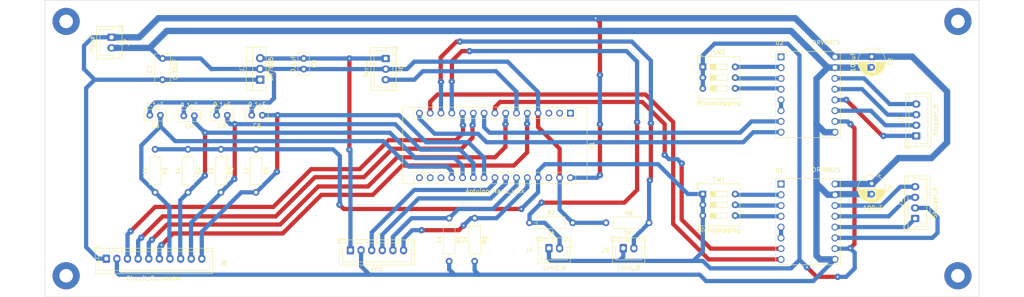
<source format=kicad_pcb>
(kicad_pcb (version 20211014) (generator pcbnew)
  (layers (0 "F.Cu" signal) (31 "B.Cu" signal) (34 "B.Paste" user) (35 "F.Paste" user) (36 "B.SilkS" user "B.Silkscreen") (37 "F.SilkS" user "F.Silkscreen") (38 "B.Mask" user) (39 "F.Mask" user) (44 "Edge.Cuts" user))
  (net 0 "")
  (net 4 "/GND")
  (net 5 "Net-(A1-Pad5)")
  (net 6 "/Sig")
  (net 7 "Net-(A1-Pad7)")
  (net 8 "Net-(A1-Pad8)")
  (net 9 "Net-(A1-Pad9)")
  (net 10 "Net-(A1-Pad10)")
  (net 11 "Net-(A1-Pad12)")
  (net 12 "Net-(A1-Pad13)")
  (net 13 "Net-(A1-Pad14)")
  (net 14 "Net-(A1-Pad15)")
  (net 18 "Net-(A1-Pad19)")
  (net 19 "Net-(A1-Pad20)")
  (net 20 "Net-(A1-Pad21)")
  (net 21 "Net-(A1-Pad22)")
  (net 22 "/SDA")
  (net 23 "/SCL")
  (net 24 "/SW1")
  (net 25 "/SW2")
  (net 27 "/12V")
  (net 28 "Net-(C8-Pad1)")
  (net 29 "Net-(J1-Pad1)")
  (net 30 "Net-(J1-Pad2)")
  (net 31 "Net-(J1-Pad3)")
  (net 32 "Net-(J1-Pad4)")
  (net 33 "Net-(J2-Pad1)")
  (net 34 "Net-(J2-Pad2)")
  (net 35 "Net-(J2-Pad3)")
  (net 36 "Net-(J2-Pad4)")
  (net 37 "Net-(SW1-Pad4)")
  (net 38 "Net-(SW1-Pad5)")
  (net 39 "Net-(SW1-Pad6)")
  (net 40 "Net-(SW2-Pad4)")
  (net 41 "Net-(SW2-Pad5)")
  (net 42 "Net-(SW2-Pad6)")
  (net 44 "Net-(U1-Pad5)")
  (net 46 "Net-(U2-Pad5)")
  (net 47 "Net-(A1-Pad27)")
  (net 48 "Net-(A1-Pad11)")
  (footprint "Connector_JST:JST_XH_B4B-XH-A_1x04_P2.50mm_Vertical" (layer "F.Cu") (at 244.1775 70 90)
    (fp_text reference "J2")
    (fp_text value "Stepper_B")
  )
  (footprint "DRV8825_STEPPER_MOTOR_DRIVER_CARRIER:IC_DRV8825_STEPPER_MOTOR_DRIVER_CARRIER" (layer "F.Cu") (at 218.7025 60.25)
    (fp_text reference "U2")
    (fp_text value "DRV8825")
  )
  (footprint "Connector_JST:JST_XH_B2B-XH-A_1x02_P2.50mm_Vertical" (layer "F.Cu") (at 54.7025 46.75 -90)
    (fp_text reference "J7")
    (fp_text value "Power")
  )
  (footprint "Capacitor_THT:C_Rect_L7.0mm_W3.5mm_P5.00mm" (layer "F.Cu") (at 66.7025 56.75 90)
    (fp_text reference "C7")
    (fp_text value "0.33uF")
  )
  (footprint "Connector_JST:JST_XH_B4B-XH-A_1x04_P2.50mm_Vertical" (layer "F.Cu") (at 243.9275 89.5 90)
    (fp_text reference "J1")
    (fp_text value "Stepper_A")
  )
  (footprint "Capacitor_THT:C_Disc_D5.0mm_W2.5mm_P2.50mm" (layer "F.Cu") (at 81.9525 65.125 180)
    (fp_text reference "C5")
    (fp_text value "0.1uF")
  )
  (footprint "Module:Arduino_Nano" (layer "F.Cu") (at 162.7525 64.64 -90)
    (fp_text reference "A1")
    (fp_text value "Arduino_Nano_v3.x")
  )
  (footprint "Package_TO_SOT_THT:TO-220-3_Vertical" (layer "F.Cu") (at 89.7025 56.75 90)
    (fp_text reference "U3")
    (fp_text value "LM7805")
  )
  (footprint "Capacitor_THT:C_Disc_D5.0mm_W2.5mm_P2.50mm" (layer "F.Cu") (at 66.2025 65.125 180)
    (fp_text reference "C3")
    (fp_text value "0.1uF")
  )
  (footprint "Resistor_THT:R_Axial_DIN0207_L6.3mm_D2.5mm_P10.16mm_Horizontal" (layer "F.Cu") (at 72.7025 73.17 -90)
    (fp_text reference "R2")
    (fp_text value "1k")
  )
  (footprint "Capacitor_THT:C_Disc_D5.0mm_W2.5mm_P2.50mm" (layer "F.Cu") (at 99.9525 51.75 -90)
    (fp_text reference "C8")
    (fp_text value "0.1uF")
  )
  (footprint "Resistor_THT:R_Axial_DIN0207_L6.3mm_D2.5mm_P10.16mm_Horizontal" (layer "F.Cu") (at 140.2025 89.42 -90)
    (fp_text reference "R6")
    (fp_text value "1k")
  )
  (footprint "Connector_JST:JST_XH_B10B-XH-A_1x10_P2.50mm_Vertical" (layer "F.Cu") (at 53.4525 98.975)
    (fp_text reference "J8")
    (fp_text value "Circuit_Connector")
  )
  (footprint "Connector_JST:JST_XH_B6B-XH-A_1x06_P2.50mm_Vertical" (layer "F.Cu") (at 110.9525 96.975)
    (fp_text reference "J3")
    (fp_text value "LCD")
  )
  (footprint "MountingHole:MountingHole_3.2mm_M3_Pad_TopBottom" (layer "F.Cu") (at 254 43)
    (fp_text reference "REF**" hide)
    (fp_text value "MountingHole_3.2mm_M3_Pad_TopBottom")
  )
  (footprint "Capacitor_THT:C_Disc_D5.0mm_W2.5mm_P2.50mm" (layer "F.Cu") (at 90.2025 65.125 180)
    (fp_text reference "C6")
    (fp_text value "0.1uF")
  )
  (footprint "Resistor_THT:R_Axial_DIN0207_L6.3mm_D2.5mm_P10.16mm_Horizontal" (layer "F.Cu") (at 88.7025 73.17 -90)
    (fp_text reference "R4")
    (fp_text value "1k")
  )
  (footprint "Connector_JST:JST_XH_B2B-XH-A_1x02_P2.50mm_Vertical" (layer "F.Cu") (at 157.7025 96.5)
    (fp_text reference "J4")
    (fp_text value "Limit_A")
  )
  (footprint "Button_Switch_THT:SW_DIP_SPSTx03_Slide_9.78x9.8mm_W7.62mm_P2.54mm" (layer "F.Cu") (at 193.935 53.725)
    (fp_text reference "SW2")
    (fp_text value "Microstepping")
  )
  (footprint "MountingHole:MountingHole_3.2mm_M3_Pad_TopBottom" (layer "F.Cu") (at 254 103)
    (fp_text reference "REF**" hide)
    (fp_text value "MountingHole_3.2mm_M3_Pad_TopBottom")
  )
  (footprint "Capacitor_THT:C_Disc_D5.0mm_W2.5mm_P2.50mm" (layer "F.Cu") (at 74.2025 65.25 180)
    (fp_text reference "C4")
    (fp_text value "0.1uF")
  )
  (footprint "Resistor_THT:R_Axial_DIN0207_L6.3mm_D2.5mm_P10.16mm_Horizontal" (layer "F.Cu") (at 134.2025 89.42 -90)
    (fp_text reference "R5")
    (fp_text value "1k")
  )
  (footprint "Resistor_THT:R_Axial_DIN0207_L6.3mm_D2.5mm_P10.16mm_Horizontal" (layer "F.Cu") (at 64.9525 73.17 -90)
    (fp_text reference "R1")
    (fp_text value "1k")
  )
  (footprint "Resistor_THT:R_Axial_DIN0207_L6.3mm_D2.5mm_P10.16mm_Horizontal" (layer "F.Cu") (at 181.2825 90.5 180)
    (fp_text reference "R8")
    (fp_text value "1k")
  )
  (footprint "Connector_JST:JST_XH_B2B-XH-A_1x02_P2.50mm_Vertical" (layer "F.Cu") (at 175.2025 96.5)
    (fp_text reference "J5")
    (fp_text value "Limit_B")
  )
  (footprint "Button_Switch_THT:SW_DIP_SPSTx03_Slide_9.78x9.8mm_W7.62mm_P2.54mm" (layer "F.Cu") (at 193.935 83.725)
    (fp_text reference "SW1")
    (fp_text value "Microstepping")
  )
  (footprint "Connector_JST:JST_XH_B3B-XH-A_1x03_P2.50mm_Vertical" (layer "F.Cu") (at 119.25 51.75 -90)
    (fp_text reference "J6")
    (fp_text value "Servo")
  )
  (footprint "Capacitor_THT:CP_Radial_D6.3mm_P2.50mm" (layer "F.Cu") (at 233.7025 81.25 -90)
    (fp_text reference "C1")
    (fp_text value "100uF")
  )
  (footprint "MountingHole:MountingHole_3.2mm_M3_Pad_TopBottom" (layer "F.Cu") (at 44 43)
    (fp_text reference "REF**" hide)
    (fp_text value "MountingHole_3.2mm_M3_Pad_TopBottom")
  )
  (footprint "DRV8825_STEPPER_MOTOR_DRIVER_CARRIER:IC_DRV8825_STEPPER_MOTOR_DRIVER_CARRIER" (layer "F.Cu") (at 218.7025 90.25)
    (fp_text reference "U1")
    (fp_text value "DRV8825")
  )
  (footprint "MountingHole:MountingHole_3.2mm_M3_Pad_TopBottom" (layer "F.Cu") (at 44 103)
    (fp_text reference "REF**" hide)
    (fp_text value "MountingHole_3.2mm_M3_Pad_TopBottom")
  )
  (footprint "Resistor_THT:R_Axial_DIN0207_L6.3mm_D2.5mm_P10.16mm_Horizontal" (layer "F.Cu") (at 80.4525 73.17 -90)
    (fp_text reference "R3")
    (fp_text value "1k")
  )
  (footprint "Resistor_THT:R_Axial_DIN0207_L6.3mm_D2.5mm_P10.16mm_Horizontal" (layer "F.Cu") (at 153.1225 90.5)
    (fp_text reference "R7")
    (fp_text value "1k")
  )
  (footprint "Capacitor_THT:CP_Radial_D6.3mm_P2.50mm" (layer "F.Cu") (at 233.7025 51.317621 -90)
    (fp_text reference "C2")
    (fp_text value "100uF")
  )
  (gr_rect locked (start 39 38) (end 259 108) (layer "Edge.Cuts") (width 0.1) (fill none))
  (segment (start 155.1325 67.93) (end 155.1325 64.64) (width 1) (layer "F.Cu") (net 4))
  (segment (start 160.2125 79.88) (end 160.2125 73.01) (width 1) (layer "F.Cu") (net 4))
  (segment (start 160.2125 73.01) (end 155.1325 67.93) (width 1) (layer "F.Cu") (net 4))
  (segment (start 67.7025 45.25) (end 214.7025 45.25) (width 1.5) (layer "B.Cu") (net 4))
  (segment (start 225.0525 53.9) (end 233.5525 53.9) (width 1.5) (layer "B.Cu") (net 4))
  (segment (start 113.4525 100.75) (end 115.4525 102.75) (width 1) (layer "B.Cu") (net 4))
  (segment (start 78.2025 54.25) (end 75.7025 51.75) (width 1) (layer "B.Cu") (net 4))
  (segment (start 63.7025 65.125) (end 63.7025 63.375) (width 1) (layer "B.Cu") (net 4))
  (segment (start 126 52.5) (end 147.9525 52.5) (width 1) (layer "B.Cu") (net 4))
  (segment (start 220.7025 56.5275) (end 223.44 53.79) (width 1.5) (layer "B.Cu") (net 4))
  (segment (start 66.2025 51.75) (end 63.7025 49.25) (width 1) (layer "B.Cu") (net 4))
  (segment (start 225.0525 83.9) (end 223.3525 83.9) (width 1.5) (layer "B.Cu") (net 4))
  (segment (start 140.2025 101.75) (end 141.2025 102.75) (width 1) (layer "B.Cu") (net 4))
  (segment (start 79.4525 63.625) (end 80.9525 62.125) (width 1) (layer "B.Cu") (net 4))
  (segment (start 147.9525 52.5) (end 155.1325 59.68) (width 1) (layer "B.Cu") (net 4))
  (segment (start 160.2125 87.43) (end 163.2825 90.5) (width 1) (layer "B.Cu") (net 4))
  (segment (start 220.7025 81.25) (end 220.7025 67.25) (width 1.5) (layer "B.Cu") (net 4))
  (segment (start 113.4525 96.975) (end 113.4525 100.75) (width 1) (layer "B.Cu") (net 4))
  (segment (start 87.7025 65.125) (end 87.7025 63.375) (width 1) (layer "B.Cu") (net 4))
  (segment (start 88.9525 62.125) (end 89.9525 62.125) (width 1) (layer "B.Cu") (net 4))
  (segment (start 89.7025 54.21) (end 78.2425 54.21) (width 1) (layer "B.Cu") (net 4))
  (segment (start 56.4525 102.75) (end 55.9525 102.25) (width 1) (layer "B.Cu") (net 4))
  (segment (start 99.9525 54.25) (end 124.25 54.25) (width 1) (layer "B.Cu") (net 4))
  (segment (start 141.2025 102.75) (end 135.4525 102.75) (width 1) (layer "B.Cu") (net 4))
  (segment (start 89.7025 54.21) (end 91.6625 54.21) (width 1) (layer "B.Cu") (net 4))
  (segment (start 134.2025 99.58) (end 134.2025 101.5) (width 1) (layer "B.Cu") (net 4))
  (segment (start 63.7025 63.375) (end 64.9525 62.125) (width 1) (layer "B.Cu") (net 4))
  (segment (start 55.9525 102.25) (end 55.9525 98.975) (width 1) (layer "B.Cu") (net 4))
  (segment (start 220.7025 67.25) (end 220.7025 56.5275) (width 1.5) (layer "B.Cu") (net 4))
  (segment (start 92.9525 61.125) (end 91.9525 62.125) (width 1) (layer "B.Cu") (net 4))
  (segment (start 171.1225 90.5) (end 163.2825 90.5) (width 1) (layer "B.Cu") (net 4))
  (segment (start 222.7025 53.25) (end 223.3525 53.9) (width 1.5) (layer "B.Cu") (net 4))
  (segment (start 194.7025 104.25) (end 193.2025 102.75) (width 1) (layer "B.Cu") (net 4))
  (segment (start 219.9425 104.25) (end 194.7025 104.25) (width 1) (layer "B.Cu") (net 4))
  (segment (start 233.7025 83.75) (end 225.2025 83.75) (width 1.5) (layer "B.Cu") (net 4))
  (segment (start 134.2025 101.5) (end 135.4525 102.75) (width 1) (layer "B.Cu") (net 4))
  (segment (start 99.9125 54.21) (end 99.9525 54.25) (width 1) (layer "B.Cu") (net 4))
  (segment (start 225.0525 99.14) (end 219.9425 104.25) (width 1) (layer "B.Cu") (net 4))
  (segment (start 135.4525 102.75) (end 115.4525 102.75) (width 1) (layer "B.Cu") (net 4))
  (segment (start 225.0525 99.14) (end 221.5925 99.14) (width 1.5) (layer "B.Cu") (net 4))
  (segment (start 75.7025 51.75) (end 66.2025 51.75) (width 1) (layer "B.Cu") (net 4))
  (segment (start 71.7025 65.125) (end 71.7025 63.375) (width 1) (layer "B.Cu") (net 4))
  (segment (start 124.25 54.25) (end 126 52.5) (width 1) (layer "B.Cu") (net 4))
  (segment (start 87.7025 63.375) (end 88.9525 62.125) (width 1) (layer "B.Cu") (net 4))
  (segment (start 223.3525 83.9) (end 220.7025 81.25) (width 1.5) (layer "B.Cu") (net 4))
  (segment (start 155.1325 59.68) (end 155.1325 64.64) (width 1) (layer "B.Cu") (net 4))
  (segment (start 79.4525 65.125) (end 79.4525 63.625) (width 1) (layer "B.Cu") (net 4))
  (segment (start 221.5925 99.14) (end 220.7025 98.25) (width 1.5) (layer "B.Cu") (net 4))
  (segment (start 71.7025 63.375) (end 72.9525 62.125) (width 1) (layer "B.Cu") (net 4))
  (segment (start 220.7025 98.25) (end 220.7025 81.25) (width 1.5) (layer "B.Cu") (net 4))
  (segment (start 160.2125 79.88) (end 160.2125 87.43) (width 1) (layer "B.Cu") (net 4))
  (segment (start 193.2025 102.75) (end 141.2025 102.75) (width 1) (layer "B.Cu") (net 4))
  (segment (start 63.7025 49.25) (end 67.7025 45.25) (width 1.5) (layer "B.Cu") (net 4))
  (segment (start 91.6625 54.21) (end 92.9525 55.5) (width 1) (layer "B.Cu") (net 4))
  (segment (start 89.7025 54.21) (end 99.9125 54.21) (width 1) (layer "B.Cu") (net 4))
  (segment (start 91.9525 62.125) (end 89.9525 62.125) (width 1) (layer "B.Cu") (net 4))
  (segment (start 214.7025 45.25) (end 222.7025 53.25) (width 1.5) (layer "B.Cu") (net 4))
  (segment (start 140.2025 99.58) (end 140.2025 101.75) (width 1) (layer "B.Cu") (net 4))
  (segment (start 64.9525 62.125) (end 72.9525 62.125) (width 1) (layer "B.Cu") (net 4))
  (segment (start 54.7025 49.25) (end 63.7025 49.25) (width 1.5) (layer "B.Cu") (net 4))
  (segment (start 72.9525 62.125) (end 89.9525 62.125) (width 1) (layer "B.Cu") (net 4))
  (segment (start 78.2425 54.21) (end 78.2025 54.25) (width 1) (layer "B.Cu") (net 4))
  (segment (start 92.9525 55.5) (end 92.9525 61.125) (width 1) (layer "B.Cu") (net 4))
  (segment (start 222.5925 69.14) (end 220.7025 67.25) (width 1.5) (layer "B.Cu") (net 4))
  (segment (start 115.4525 102.75) (end 56.4525 102.75) (width 1) (layer "B.Cu") (net 4))
  (segment (start 233.5525 53.9) (end 233.7025 53.75) (width 1) (layer "B.Cu") (net 4))
  (segment (start 225.2025 83.75) (end 225.0525 83.9) (width 1) (layer "B.Cu") (net 4))
  (segment (start 225.0525 69.14) (end 222.5925 69.14) (width 1.5) (layer "B.Cu") (net 4))
  (segment (start 223.3525 53.9) (end 225.0525 53.9) (width 1.5) (layer "B.Cu") (net 4))
  (segment (start 104.11 83.92) (end 95.01 93.02) (width 1) (layer "F.Cu") (net 5))
  (segment (start 152.55 73.9025) (end 149.4525 77) (width 1) (layer "F.Cu") (net 5))
  (segment (start 149.4525 77) (end 123.13 77) (width 1) (layer "F.Cu") (net 5))
  (segment (start 69.1825 93.02) (end 66.4525 95.75) (width 1) (layer "F.Cu") (net 5))
  (segment (start 116.21 83.92) (end 104.11 83.92) (width 1) (layer "F.Cu") (net 5))
  (segment (start 152.55 67.15) (end 152.55 73.9025) (width 1) (layer "F.Cu") (net 5))
  (segment (start 123.13 77) (end 116.21 83.92) (width 1) (layer "F.Cu") (net 5))
  (segment (start 95.01 93.02) (end 69.1825 93.02) (width 1) (layer "F.Cu") (net 5))
  (via (at 66.4525 95.75) (size 1.5) (drill 0.4) (layers "F.Cu" "B.Cu") (net 5))
  (via (at 152.55 67.15) (size 1.5) (drill 0.4) (layers "F.Cu" "B.Cu") (net 5))
  (segment (start 65.9525 96.25) (end 65.9525 98.975) (width 1) (layer "B.Cu") (net 5))
  (segment (start 152.5925 64.64) (end 152.5925 67.2575) (width 1) (layer "B.Cu") (net 5))
  (segment (start 66.4525 95.75) (end 65.9525 96.25) (width 1) (layer "B.Cu") (net 5))
  (segment (start 152.55 67.3) (end 152.55 67.1525) (width 1) (layer "B.Cu") (net 5))
  (segment (start 128 54.75) (end 145.2025 54.75) (width 1) (layer "B.Cu") (net 6))
  (segment (start 126 56.75) (end 128 54.75) (width 1) (layer "B.Cu") (net 6))
  (segment (start 119.25 56.75) (end 126 56.75) (width 1) (layer "B.Cu") (net 6))
  (segment (start 150.0525 59.6) (end 150.0525 64.64) (width 1) (layer "B.Cu") (net 6))
  (segment (start 145.2025 54.75) (end 150.0525 59.6) (width 1) (layer "B.Cu") (net 6))
  (segment (start 94.39 90.92) (end 103.37 81.94) (width 1) (layer "F.Cu") (net 7))
  (segment (start 115.08 81.94) (end 121.96 75.06) (width 1) (layer "F.Cu") (net 7))
  (segment (start 145.01 75.06) (end 147.4525 72.6175) (width 1) (layer "F.Cu") (net 7))
  (segment (start 121.96 75.06) (end 145.01 75.06) (width 1) (layer "F.Cu") (net 7))
  (segment (start 64.2025 94.5) (end 67.7825 90.92) (width 1) (layer "F.Cu") (net 7))
  (segment (start 147.4525 72.6175) (end 147.4525 67.25) (width 1) (layer "F.Cu") (net 7))
  (segment (start 103.37 81.94) (end 115.08 81.94) (width 1) (layer "F.Cu") (net 7))
  (segment (start 67.7825 90.92) (end 94.39 90.92) (width 1) (layer "F.Cu") (net 7))
  (via (at 64.2025 94.5) (size 1.5) (drill 0.4) (layers "F.Cu" "B.Cu") (net 7))
  (via (at 147.4525 67.25) (size 1.5) (drill 0.4) (layers "F.Cu" "B.Cu") (net 7))
  (segment (start 63.4525 95.25) (end 63.4525 98.975) (width 1) (layer "B.Cu") (net 7))
  (segment (start 64.2025 94.5) (end 63.4525 95.25) (width 1) (layer "B.Cu") (net 7))
  (segment (start 147.5125 64.64) (end 147.5125 67.19) (width 1) (layer "B.Cu") (net 7))
  (segment (start 147.5125 67.19) (end 147.4525 67.25) (width 1) (layer "B.Cu") (net 7))
  (segment (start 188.9525 76.5) (end 188.9525 89.75) (width 1) (layer "F.Cu") (net 8))
  (segment (start 195.8025 96.6) (end 212.3525 96.6) (width 1) (layer "F.Cu") (net 8))
  (segment (start 146.2025 62) (end 144.9725 63.23) (width 1) (layer "F.Cu") (net 8))
  (segment (start 188.9525 89.75) (end 195.8025 96.6) (width 1) (layer "F.Cu") (net 8))
  (segment (start 144.9725 63.23) (end 144.9725 64.64) (width 1) (layer "F.Cu") (net 8))
  (segment (start 179.7025 62) (end 146.2025 62) (width 1) (layer "F.Cu") (net 8))
  (segment (start 184.9525 74.5) (end 184.9525 67.25) (width 1) (layer "F.Cu") (net 8))
  (segment (start 184.9525 67.25) (end 179.7025 62) (width 1) (layer "F.Cu") (net 8))
  (via (at 188.9525 76.5) (size 1.5) (drill 0.4) (layers "F.Cu" "B.Cu") (net 8))
  (via (at 184.9525 74.5) (size 1.5) (drill 0.4) (layers "F.Cu" "B.Cu") (net 8))
  (segment (start 185.9525 75.5) (end 184.9525 74.5) (width 1) (layer "B.Cu") (net 8))
  (segment (start 188.9525 76.5) (end 187.9525 75.5) (width 1) (layer "B.Cu") (net 8))
  (segment (start 187.9525 75.5) (end 185.9525 75.5) (width 1) (layer "B.Cu") (net 8))
  (segment (start 212.3525 66.6) (end 205.3525 66.6) (width 1) (layer "B.Cu") (net 9))
  (segment (start 202.7025 69.25) (end 143.7025 69.25) (width 1) (layer "B.Cu") (net 9))
  (segment (start 143.7025 69.25) (end 142.4325 67.98) (width 1) (layer "B.Cu") (net 9))
  (segment (start 142.4325 67.98) (end 142.4325 64.64) (width 1) (layer "B.Cu") (net 9))
  (segment (start 205.3525 66.6) (end 202.7025 69.25) (width 1) (layer "B.Cu") (net 9))
  (segment (start 66.7125 88.99) (end 93.36 88.99) (width 1) (layer "F.Cu") (net 10))
  (segment (start 102.6 79.75) (end 114.11 79.75) (width 1) (layer "F.Cu") (net 10))
  (segment (start 93.36 88.99) (end 102.6 79.75) (width 1) (layer "F.Cu") (net 10))
  (segment (start 114.11 79.75) (end 120.82 73.04) (width 1) (layer "F.Cu") (net 10))
  (segment (start 137.11 73.04) (end 139.7025 70.4475) (width 1) (layer "F.Cu") (net 10))
  (segment (start 61.7025 94) (end 66.7125 88.99) (width 1) (layer "F.Cu") (net 10))
  (segment (start 120.82 73.04) (end 137.11 73.04) (width 1) (layer "F.Cu") (net 10))
  (segment (start 139.7025 70.4475) (end 139.7025 67.5) (width 1) (layer "F.Cu") (net 10))
  (via (at 139.7025 67.5) (size 1.5) (drill 0.4) (layers "F.Cu" "B.Cu") (net 10))
  (via (at 61.7025 94) (size 1.5) (drill 0.4) (layers "F.Cu" "B.Cu") (net 10))
  (segment (start 139.8925 64.64) (end 139.8925 67.31) (width 1) (layer "B.Cu") (net 10))
  (segment (start 61.7025 94) (end 60.9525 94.75) (width 1) (layer "B.Cu") (net 10))
  (segment (start 60.9525 94.75) (end 60.9525 98.975) (width 1) (layer "B.Cu") (net 10))
  (segment (start 139.8925 67.31) (end 139.7025 67.5) (width 1) (layer "B.Cu") (net 10))
  (segment (start 134.84 52.3625) (end 137.2025 50) (width 1) (layer "F.Cu") (net 11))
  (segment (start 155.9525 85.75) (end 175.4525 85.75) (width 1) (layer "F.Cu") (net 11))
  (segment (start 137.2025 50) (end 139 50) (width 1) (layer "F.Cu") (net 11))
  (segment (start 178.4525 82.75) (end 178.4525 66.75) (width 1) (layer "F.Cu") (net 11))
  (segment (start 178.45 82.7525) (end 178.45 82.75) (width 1) (layer "F.Cu") (net 11))
  (segment (start 175.4525 85.75) (end 178.45 82.7525) (width 1) (layer "F.Cu") (net 11))
  (segment (start 134.84 57.16) (end 134.84 52.3625) (width 1) (layer "F.Cu") (net 11))
  (segment (start 134.81 57.19) (end 134.84 57.16) (width 1) (layer "F.Cu") (net 11))
  (via (at 134.81 57.19) (size 1.5) (drill 0.4) (layers "F.Cu" "B.Cu") (net 11))
  (via (at 178.4525 66.75) (size 1.5) (drill 0.4) (layers "F.Cu" "B.Cu") (net 11))
  (via (at 155.9525 85.75) (size 1.5) (drill 0.4) (layers "F.Cu" "B.Cu") (net 11))
  (via (at 139 50) (size 1.5) (drill 0.4) (layers "F.Cu" "B.Cu") (net 11))
  (segment (start 138.9525 50) (end 175.9525 50) (width 1) (layer "B.Cu") (net 11))
  (segment (start 160.2025 96.5) (end 160.2025 94) (width 1) (layer "B.Cu") (net 11))
  (segment (start 134.81 57.19) (end 134.8125 57.1925) (width 1) (layer "B.Cu") (net 11))
  (segment (start 153.1225 88.58) (end 155.9525 85.75) (width 1) (layer "B.Cu") (net 11))
  (segment (start 178.4525 52.5) (end 178.4525 66.75) (width 1) (layer "B.Cu") (net 11))
  (segment (start 175.9525 50) (end 178.4525 52.5) (width 1) (layer "B.Cu") (net 11))
  (segment (start 134.8125 57.1925) (end 134.8125 64.64) (width 1) (layer "B.Cu") (net 11))
  (segment (start 160.2025 94) (end 156.7025 90.5) (width 1) (layer "B.Cu") (net 11))
  (segment (start 153.1225 90.5) (end 153.1225 88.58) (width 1) (layer "B.Cu") (net 11))
  (segment (start 156.7025 90.5) (end 153.1225 90.5) (width 1) (layer "B.Cu") (net 11))
  (segment (start 135.9525 47.75) (end 136.7025 47.75) (width 1) (layer "F.Cu") (net 12))
  (segment (start 181.4525 80.5) (end 181.7 80.2525) (width 1) (layer "F.Cu") (net 12))
  (segment (start 132.2025 51.5) (end 135.9525 47.75) (width 1) (layer "F.Cu") (net 12))
  (segment (start 132.2025 57.2025) (end 132.2025 51.5) (width 1) (layer "F.Cu") (net 12))
  (segment (start 132.27 57.27) (end 132.2025 57.2025) (width 1) (layer "F.Cu") (net 12))
  (segment (start 181.7 67.0025) (end 181.7025 67) (width 1) (layer "F.Cu") (net 12))
  (segment (start 181.7 80.2525) (end 181.7 67.0025) (width 1) (layer "F.Cu") (net 12))
  (via (at 181.7025 67) (size 1.5) (drill 0.4) (layers "F.Cu" "B.Cu") (net 12))
  (via (at 181.4525 80.5) (size 1.5) (drill 0.4) (layers "F.Cu" "B.Cu") (net 12))
  (via (at 132.27 57.27) (size 1.5) (drill 0.4) (layers "F.Cu" "B.Cu") (net 12))
  (via (at 136.7025 47.75) (size 1.5) (drill 0.4) (layers "F.Cu" "B.Cu") (net 12))
  (segment (start 136.7025 47.75) (end 177.2025 47.75) (width 1) (layer "B.Cu") (net 12))
  (segment (start 132.27 57.27) (end 132.2725 57.2725) (width 1) (layer "B.Cu") (net 12))
  (segment (start 181.2825 80.67) (end 181.4525 80.5) (width 0.25) (layer "B.Cu") (net 12))
  (segment (start 181.2825 90.5) (end 181.2825 80.67) (width 1) (layer "B.Cu") (net 12))
  (segment (start 181.7025 52.25) (end 181.7025 67) (width 1) (layer "B.Cu") (net 12))
  (segment (start 132.2725 57.2725) (end 132.2725 64.64) (width 1) (layer "B.Cu") (net 12))
  (segment (start 177.7025 96.5) (end 177.7025 94.08) (width 1) (layer "B.Cu") (net 12))
  (segment (start 177.2025 47.75) (end 181.7025 52.25) (width 1) (layer "B.Cu") (net 12))
  (segment (start 177.7025 94.08) (end 181.2825 90.5) (width 1) (layer "B.Cu") (net 12))
  (segment (start 129.7325 61.97) (end 129.7325 64.64) (width 1) (layer "F.Cu") (net 13))
  (segment (start 195.32 99.14) (end 186.9525 90.7725) (width 1) (layer "F.Cu") (net 13))
  (segment (start 186.9525 90.7725) (end 186.9525 66.75) (width 1) (layer "F.Cu") (net 13))
  (segment (start 131.4525 60.25) (end 129.7325 61.97) (width 1) (layer "F.Cu") (net 13))
  (segment (start 180.4525 60.25) (end 131.4525 60.25) (width 1) (layer "F.Cu") (net 13))
  (segment (start 186.9525 66.75) (end 180.4525 60.25) (width 1) (layer "F.Cu") (net 13))
  (segment (start 212.3525 99.14) (end 195.32 99.14) (width 1) (layer "F.Cu") (net 13))
  (segment (start 143 71.5) (end 141 69.5) (width 1) (layer "B.Cu") (net 14))
  (segment (start 130.75 69.5) (end 127.1925 65.9425) (width 1) (layer "B.Cu") (net 14))
  (segment (start 141 69.5) (end 130.75 69.5) (width 1) (layer "B.Cu") (net 14))
  (segment (start 203.4525 71.5) (end 143 71.5) (width 1) (layer "B.Cu") (net 14))
  (segment (start 212.3525 69.14) (end 205.8125 69.14) (width 1) (layer "B.Cu") (net 14))
  (segment (start 127.1925 65.9425) (end 127.1925 64.64) (width 1) (layer "B.Cu") (net 14))
  (segment (start 205.8125 69.14) (end 203.4525 71.5) (width 1) (layer "B.Cu") (net 14))
  (segment (start 64.9525 83.2825) (end 64.9525 83.33) (width 1) (layer "B.Cu") (net 18))
  (segment (start 61.7025 80.0325) (end 64.9525 83.2825) (width 1) (layer "B.Cu") (net 18))
  (segment (start 69.7025 71.25) (end 118.7025 71.25) (width 1) (layer "B.Cu") (net 18))
  (segment (start 66.2025 65.125) (end 66.2025 67.7475) (width 1) (layer "B.Cu") (net 18))
  (segment (start 66.2025 67.75) (end 69.7025 71.25) (width 1) (layer "B.Cu") (net 18))
  (segment (start 61.7025 72.2475) (end 61.7025 80.0325) (width 1) (layer "B.Cu") (net 18))
  (segment (start 66.2025 67.7475) (end 61.7025 72.2475) (width 1) (layer "B.Cu") (net 18))
  (segment (start 68.3225 86.7) (end 64.9525 83.33) (width 1) (layer "B.Cu") (net 18))
  (segment (start 66.2025 65.125) (end 66.2025 67.75) (width 1) (layer "B.Cu") (net 18))
  (segment (start 68.4525 98.975) (end 68.3225 98.845) (width 0.5) (layer "B.Cu") (net 18))
  (segment (start 118.7025 71.25) (end 124.7025 77.25) (width 1) (layer "B.Cu") (net 18))
  (segment (start 134.8125 78.36) (end 134.8125 79.88) (width 1) (layer "B.Cu") (net 18))
  (segment (start 133.7025 77.25) (end 134.8125 78.36) (width 1) (layer "B.Cu") (net 18))
  (segment (start 124.7025 77.25) (end 133.7025 77.25) (width 1) (layer "B.Cu") (net 18))
  (segment (start 68.3225 98.845) (end 68.3225 86.7) (width 1) (layer "B.Cu") (net 18))
  (segment (start 76.7025 79.3175) (end 76.7025 69.25) (width 1) (layer "F.Cu") (net 19))
  (segment (start 76.67 79.35) (end 76.7025 79.3175) (width 1) (layer "F.Cu") (net 19))
  (via (at 76.7025 69.25) (size 1.5) (drill 0.4) (layers "F.Cu" "B.Cu") (net 19))
  (via (at 76.67 79.35) (size 1.5) (drill 0.4) (layers "F.Cu" "B.Cu") (net 19))
  (segment (start 126.25 75.25) (end 135.5 75.25) (width 1) (layer "B.Cu") (net 19))
  (segment (start 74.2025 65.25) (end 74.2025 66.75) (width 1) (layer "B.Cu") (net 19))
  (segment (start 137.3525 78.9) (end 137.3525 79.88) (width 0.5) (layer "B.Cu") (net 19))
  (segment (start 72.7025 83.33) (end 72.7025 83.3475) (width 1) (layer "B.Cu") (net 19))
  (segment (start 120.25 69.25) (end 126.25 75.25) (width 1) (layer "B.Cu") (net 19))
  (segment (start 70.8625 98.885) (end 70.9525 98.975) (width 0.5) (layer "B.Cu") (net 19))
  (segment (start 76.67 79.35) (end 76.67 79.3625) (width 1) (layer "B.Cu") (net 19))
  (segment (start 70.8625 85.1875) (end 70.8625 98.885) (width 1) (layer "B.Cu") (net 19))
  (segment (start 137.3525 77.1025) (end 137.3525 78.9) (width 1) (layer "B.Cu") (net 19))
  (segment (start 74.2025 66.75) (end 76.7025 69.25) (width 1) (layer "B.Cu") (net 19))
  (segment (start 76.67 79.3625) (end 72.7025 83.33) (width 1) (layer "B.Cu") (net 19))
  (segment (start 72.7025 83.3475) (end 70.8625 85.1875) (width 1) (layer "B.Cu") (net 19))
  (segment (start 76.7025 69.25) (end 120.25 69.25) (width 1) (layer "B.Cu") (net 19))
  (segment (start 135.5 75.25) (end 137.3525 77.1025) (width 1) (layer "B.Cu") (net 19))
  (segment (start 83.61 80.18) (end 83.7025 80.0875) (width 1) (layer "F.Cu") (net 20))
  (segment (start 83.7025 80.0875) (end 83.7025 67.25) (width 1) (layer "F.Cu") (net 20))
  (via (at 83.61 80.18) (size 1.5) (drill 0.4) (layers "F.Cu" "B.Cu") (net 20))
  (via (at 83.7025 67.25) (size 1.5) (drill 0.4) (layers "F.Cu" "B.Cu") (net 20))
  (segment (start 139.8925 76.3925) (end 136.75 73.25) (width 1) (layer "B.Cu") (net 20))
  (segment (start 73.4525 98.975) (end 73.4025 98.925) (width 0.5) (layer "B.Cu") (net 20))
  (segment (start 73.4025 98.925) (end 73.4025 90.4975) (width 1) (layer "B.Cu") (net 20))
  (segment (start 127.5 73.25) (end 121.5 67.25) (width 1) (layer "B.Cu") (net 20))
  (segment (start 136.75 73.25) (end 127.5 73.25) (width 1) (layer "B.Cu") (net 20))
  (segment (start 73.4025 90.4975) (end 80.4525 83.4475) (width 1) (layer "B.Cu") (net 20))
  (segment (start 80.46 83.33) (end 80.4525 83.33) (width 1) (layer "B.Cu") (net 20))
  (segment (start 83.61 80.18) (end 80.46 83.33) (width 1) (layer "B.Cu") (net 20))
  (segment (start 121.5 67.25) (end 83.7025 67.25) (width 1) (layer "B.Cu") (net 20))
  (segment (start 139.8925 79.88) (end 139.8925 76.3925) (width 1) (layer "B.Cu") (net 20))
  (segment (start 80.4525 83.4475) (end 80.4525 83.33) (width 1) (layer "B.Cu") (net 20))
  (segment (start 82.7025 67.25) (end 81.9525 66.5) (width 1) (layer "B.Cu") (net 20))
  (segment (start 83.7025 67.25) (end 82.7025 67.25) (width 1) (layer "B.Cu") (net 20))
  (segment (start 81.9525 66.5) (end 81.9525 65.125) (width 1) (layer "B.Cu") (net 20))
  (segment (start 93.63 78.47) (end 93.7025 78.3975) (width 1) (layer "F.Cu") (net 21))
  (segment (start 93.7025 78.3975) (end 93.7025 65.25) (width 1) (layer "F.Cu") (net 21))
  (segment (start 93.7025 65.25) (end 93.8275 65.125) (width 1) (layer "F.Cu") (net 21))
  (via (at 93.63 78.47) (size 1.5) (drill 0.4) (layers "F.Cu" "B.Cu") (net 21))
  (via (at 93.8275 65.125) (size 1.5) (drill 0.4) (layers "F.Cu" "B.Cu") (net 21))
  (segment (start 75.9425 92.6275) (end 75.9425 98.965) (width 1) (layer "B.Cu") (net 21))
  (segment (start 75.9425 98.965) (end 75.9525 98.975) (width 0.5) (layer "B.Cu") (net 21))
  (segment (start 138.75 71.5) (end 142.4325 75.1825) (width 1) (layer "B.Cu") (net 21))
  (segment (start 93.8275 65.125) (end 122.375 65.125) (width 1) (layer "B.Cu") (net 21))
  (segment (start 122.375 65.125) (end 128.75 71.5) (width 1) (layer "B.Cu") (net 21))
  (segment (start 142.4325 75.1825) (end 142.4325 79.88) (width 1) (layer "B.Cu") (net 21))
  (segment (start 85.24 83.33) (end 75.9425 92.6275) (width 1) (layer "B.Cu") (net 21))
  (segment (start 88.7025 83.33) (end 85.24 83.33) (width 1) (layer "B.Cu") (net 21))
  (segment (start 128.75 71.5) (end 138.75 71.5) (width 1) (layer "B.Cu") (net 21))
  (segment (start 93.63 78.47) (end 88.77 83.33) (width 1) (layer "B.Cu") (net 21))
  (segment (start 90.2025 65.125) (end 93.8275 65.125) (width 1) (layer "B.Cu") (net 21))
  (segment (start 88.77 83.33) (end 88.7025 83.33) (width 1) (layer "B.Cu") (net 21))
  (segment (start 126 82.75) (end 143.25 82.75) (width 1) (layer "B.Cu") (net 22))
  (segment (start 144.9725 81.0275) (end 144.9725 79.88) (width 1) (layer "B.Cu") (net 22))
  (segment (start 115.9525 92.7975) (end 126 82.75) (width 1) (layer "B.Cu") (net 22))
  (segment (start 115.9525 96.975) (end 115.9525 92.7975) (width 1) (layer "B.Cu") (net 22))
  (segment (start 143.25 82.75) (end 144.9725 81.0275) (width 1) (layer "B.Cu") (net 22))
  (segment (start 118.4525 96.975) (end 118.4525 93.2975) (width 1) (layer "B.Cu") (net 23))
  (segment (start 118.4525 93.2975) (end 127 84.75) (width 1) (layer "B.Cu") (net 23))
  (segment (start 127 84.75) (end 144 84.75) (width 1) (layer "B.Cu") (net 23))
  (segment (start 144 84.75) (end 147.5125 81.2375) (width 1) (layer "B.Cu") (net 23))
  (segment (start 147.5125 81.2375) (end 147.5125 79.88) (width 1) (layer "B.Cu") (net 23))
  (segment (start 134.2025 89.42) (end 125.33 89.42) (width 1) (layer "B.Cu") (net 24))
  (segment (start 125.33 89.42) (end 120.9525 93.7975) (width 1) (layer "B.Cu") (net 24))
  (segment (start 144.5 87.25) (end 150.0525 81.6975) (width 1) (layer "B.Cu") (net 24))
  (segment (start 134.2025 89.42) (end 136.3725 87.25) (width 1) (layer "B.Cu") (net 24))
  (segment (start 120.9525 93.7975) (end 120.9525 96.975) (width 1) (layer "B.Cu") (net 24))
  (segment (start 136.3725 87.25) (end 144.5 87.25) (width 1) (layer "B.Cu") (net 24))
  (segment (start 150.0525 81.6975) (end 150.0525 79.88) (width 1) (layer "B.Cu") (net 24))
  (segment (start 137.6 91.15) (end 136.5 92.25) (width 1) (layer "F.Cu") (net 25))
  (segment (start 136.5 92.25) (end 127.7025 92.25) (width 1) (layer "F.Cu") (net 25))
  (via (at 127.7025 92.25) (size 1.5) (drill 0.4) (layers "F.Cu" "B.Cu") (net 25))
  (via (at 137.6 91.15) (size 1.5) (drill 0.4) (layers "F.Cu" "B.Cu") (net 25))
  (segment (start 127.7025 92.25) (end 125.5 92.25) (width 1) (layer "B.Cu") (net 25))
  (segment (start 140.2025 89.42) (end 145.33 89.42) (width 1) (layer "B.Cu") (net 25))
  (segment (start 125.5 92.25) (end 123.4525 94.2975) (width 1) (layer "B.Cu") (net 25))
  (segment (start 123.4525 94.2975) (end 123.4525 96.975) (width 1) (layer "B.Cu") (net 25))
  (segment (start 145.33 89.42) (end 152.5925 82.1575) (width 1) (layer "B.Cu") (net 25))
  (segment (start 152.5925 82.1575) (end 152.5925 79.88) (width 1) (layer "B.Cu") (net 25))
  (segment (start 137.6 91.15) (end 139.33 89.42) (width 1) (layer "B.Cu") (net 25))
  (segment (start 139.33 89.42) (end 140.2025 89.42) (width 1) (layer "B.Cu") (net 25))
  (segment (start 169.7025 43.25) (end 168.7025 42.25) (width 1) (layer "F.Cu") (net 27))
  (segment (start 169.7025 55.6475) (end 169.7025 43.25) (width 1) (layer "F.Cu") (net 27))
  (segment (start 169.7025 79.25) (end 169.7025 67.25) (width 1) (layer "F.Cu") (net 27))
  (segment (start 169.7 55.65) (end 169.7025 55.6475) (width 1) (layer "F.Cu") (net 27))
  (via (at 169.7 55.65) (size 1.5) (drill 0.4) (layers "F.Cu" "B.Cu") (net 27))
  (via (at 169.7025 79.25) (size 1.5) (drill 0.4) (layers "F.Cu" "B.Cu") (net 27))
  (via (at 169.7025 67.25) (size 1.5) (drill 0.4) (layers "F.Cu" "B.Cu") (net 27))
  (via (at 168.7025 42.25) (size 1.5) (drill 0.4) (layers "F.Cu" "B.Cu") (net 27))
  (segment (start 169.7025 67.25) (end 169.7025 55.6525) (width 1) (layer "B.Cu") (net 27))
  (segment (start 50.7025 56.75) (end 48.7025 58.75) (width 1) (layer "B.Cu") (net 27))
  (segment (start 215.7025 42.25) (end 168.7025 42.25) (width 1.5) (layer "B.Cu") (net 27))
  (segment (start 50.2025 46.75) (end 54.7025 46.75) (width 1) (layer "B.Cu") (net 27))
  (segment (start 251.4525 71.5475) (end 247.75 75.25) (width 1.5) (layer "B.Cu") (net 27))
  (segment (start 225.0525 51.36) (end 224.8125 51.36) (width 1) (layer "B.Cu") (net 27))
  (segment (start 61.2025 46.75) (end 54.7025 46.75) (width 1.5) (layer "B.Cu") (net 27))
  (segment (start 48.7025 58.75) (end 48.7025 96.25) (width 1) (layer "B.Cu") (net 27))
  (segment (start 169.0725 79.88) (end 169.7025 79.25) (width 1) (layer "B.Cu") (net 27))
  (segment (start 89.7025 56.75) (end 50.7025 56.75) (width 1) (layer "B.Cu") (net 27))
  (segment (start 51.4275 98.975) (end 53.4525 98.975) (width 1) (layer "B.Cu") (net 27))
  (segment (start 243.227621 51.317621) (end 251.4525 59.5425) (width 1.5) (layer "B.Cu") (net 27))
  (segment (start 225.094879 51.317621) (end 243.227621 51.317621) (width 1.5) (layer "B.Cu") (net 27))
  (segment (start 162.7525 79.88) (end 169.0725 79.88) (width 1) (layer "B.Cu") (net 27))
  (segment (start 48.2025 48.75) (end 50.2025 46.75) (width 1) (layer "B.Cu") (net 27))
  (segment (start 48.2025 54.25) (end 48.2025 48.75) (width 1) (layer "B.Cu") (net 27))
  (segment (start 48.7025 96.25) (end 51.4275 98.975) (width 1) (layer "B.Cu") (net 27))
  (segment (start 65.7025 42.25) (end 61.2025 46.75) (width 1.5) (layer "B.Cu") (net 27))
  (segment (start 50.7025 56.75) (end 48.2025 54.25) (width 1) (layer "B.Cu") (net 27))
  (segment (start 247.75 75.25) (end 239.9525 75.25) (width 1.5) (layer "B.Cu") (net 27))
  (segment (start 169.7025 55.6525) (end 169.7 55.65) (width 1) (layer "B.Cu") (net 27))
  (segment (start 233.8425 81.36) (end 225.0525 81.36) (width 1.5) (layer "B.Cu") (net 27))
  (segment (start 239.9525 75.25) (end 233.8425 81.36) (width 1.5) (layer "B.Cu") (net 27))
  (segment (start 251.4525 59.5425) (end 251.4525 71.5475) (width 1.5) (layer "B.Cu") (net 27))
  (segment (start 225.0525 51.36) (end 225.094879 51.317621) (width 1.5) (layer "B.Cu") (net 27))
  (segment (start 168.7025 42.25) (end 65.7025 42.25) (width 1.5) (layer "B.Cu") (net 27))
  (segment (start 224.8125 51.36) (end 215.7025 42.25) (width 1.5) (layer "B.Cu") (net 27))
  (segment (start 110.7025 51.75) (end 110.7025 73.25) (width 1) (layer "F.Cu") (net 28))
  (via (at 110.7025 73.25) (size 1.5) (drill 0.4) (layers "F.Cu" "B.Cu") (net 28))
  (via (at 110.7025 51.75) (size 1.5) (drill 0.4) (layers "F.Cu" "B.Cu") (net 28))
  (segment (start 110.7025 51.75) (end 119.25 51.75) (width 1) (layer "B.Cu") (net 28))
  (segment (start 99.9525 51.75) (end 110.7025 51.75) (width 1) (layer "B.Cu") (net 28))
  (segment (start 110.9525 73.5) (end 110.9525 96.975) (width 1) (layer "B.Cu") (net 28))
  (segment (start 89.7825 51.75) (end 89.7025 51.67) (width 1) (layer "B.Cu") (net 28))
  (segment (start 99.9525 51.75) (end 89.7825 51.75) (width 1) (layer "B.Cu") (net 28))
  (segment (start 110.7025 73.25) (end 110.9525 73.5) (width 1) (layer "B.Cu") (net 28))
  (segment (start 241.9075 91.52) (end 225.0525 91.52) (width 1) (layer "B.Cu") (net 29))
  (segment (start 243.9275 89.5) (end 241.9075 91.52) (width 1) (layer "B.Cu") (net 29))
  (segment (start 243.9275 87) (end 246.9525 87) (width 1) (layer "B.Cu") (net 30))
  (segment (start 249.2025 92.87) (end 248.0125 94.06) (width 1) (layer "B.Cu") (net 30))
  (segment (start 248.0125 94.06) (end 225.0525 94.06) (width 1) (layer "B.Cu") (net 30))
  (segment (start 246.9525 87) (end 249.2025 89.25) (width 1) (layer "B.Cu") (net 30))
  (segment (start 249.2025 89.25) (end 249.2025 92.87) (width 1) (layer "B.Cu") (net 30))
  (segment (start 225.0525 88.98) (end 237.7225 88.98) (width 1) (layer "B.Cu") (net 31))
  (segment (start 242.2025 84.5) (end 243.9275 84.5) (width 1) (layer "B.Cu") (net 31))
  (segment (start 237.7225 88.98) (end 242.2025 84.5) (width 1) (layer "B.Cu") (net 31))
  (segment (start 235.9525 86.5) (end 235.8925 86.44) (width 1) (layer "B.Cu") (net 32))
  (segment (start 240.4525 82) (end 235.9525 86.5) (width 1) (layer "B.Cu") (net 32))
  (segment (start 243.9275 82) (end 240.4525 82) (width 1) (layer "B.Cu") (net 32))
  (segment (start 235.8925 86.44) (end 225.0525 86.44) (width 1) (layer "B.Cu") (net 32))
  (segment (start 227.7025 61.5) (end 236.2025 70) (width 1) (layer "F.Cu") (net 33))
  (segment (start 236.2025 70) (end 236.4525 70) (width 1) (layer "F.Cu") (net 33))
  (via (at 236.4525 70) (size 1.5) (drill 0.4) (layers "F.Cu" "B.Cu") (net 33))
  (via (at 227.7025 61.5) (size 1.5) (drill 0.4) (layers "F.Cu" "B.Cu") (net 33))
  (segment (start 244.1775 70) (end 236.4525 70) (width 1) (layer "B.Cu") (net 33))
  (segment (start 227.6825 61.52) (end 227.7025 61.5) (width 1) (layer "B.Cu") (net 33))
  (segment (start 225.0525 61.52) (end 227.6825 61.52) (width 1) (layer "B.Cu") (net 33))
  (segment (start 236.9525 67.5) (end 233.5125 64.06) (width 1) (layer "B.Cu") (net 34))
  (segment (start 244.1775 67.5) (end 236.9525 67.5) (width 1) (layer "B.Cu") (net 34))
  (segment (start 233.5125 64.06) (end 225.0525 64.06) (width 1) (layer "B.Cu") (net 34))
  (segment (start 225.0525 58.98) (end 231.4325 58.98) (width 1) (layer "B.Cu") (net 35))
  (segment (start 237.4525 65) (end 244.1775 65) (width 1) (layer "B.Cu") (net 35))
  (segment (start 231.4325 58.98) (end 237.4525 65) (width 1) (layer "B.Cu") (net 35))
  (segment (start 231.8925 56.44) (end 225.0525 56.44) (width 1) (layer "B.Cu") (net 36))
  (segment (start 237.9525 62.5) (end 231.8925 56.44) (width 1) (layer "B.Cu") (net 36))
  (segment (start 244.1775 62.5) (end 237.9525 62.5) (width 1) (layer "B.Cu") (net 36))
  (segment (start 201.73 88.98) (end 201.555 88.805) (width 1) (layer "B.Cu") (net 37))
  (segment (start 212.3525 88.98) (end 201.73 88.98) (width 1) (layer "B.Cu") (net 37))
  (segment (start 201.73 86.44) (end 201.555 86.265) (width 1) (layer "B.Cu") (net 38))
  (segment (start 212.3525 86.44) (end 201.73 86.44) (width 1) (layer "B.Cu") (net 38))
  (segment (start 212.3525 83.9) (end 201.73 83.9) (width 1) (layer "B.Cu") (net 39))
  (segment (start 201.73 83.9) (end 201.555 83.725) (width 1) (layer "B.Cu") (net 39))
  (segment (start 201.555 58.805) (end 212.1775 58.805) (width 1) (layer "B.Cu") (net 40))
  (segment (start 212.1775 58.805) (end 212.3525 58.98) (width 1) (layer "B.Cu") (net 40))
  (segment (start 201.73 56.44) (end 201.555 56.265) (width 1) (layer "B.Cu") (net 41))
  (segment (start 212.3525 56.44) (end 201.73 56.44) (width 1) (layer "B.Cu") (net 41))
  (segment (start 201.555 53.725) (end 212.1775 53.725) (width 1) (layer "B.Cu") (net 42))
  (segment (start 212.1775 53.725) (end 212.3525 53.9) (width 1) (layer "B.Cu") (net 42))
  (segment (start 212.3525 94.06) (end 212.3525 91.52) (width 1) (layer "B.Cu") (net 44))
  (segment (start 212.3525 64.06) (end 212.3525 61.52) (width 1) (layer "B.Cu") (net 46))
  (segment (start 108.36 86.24) (end 109.37 87.25) (width 1) (layer "F.Cu") (net 47))
  (segment (start 218.4525 101) (end 218.47 101) (width 1) (layer "F.Cu") (net 47))
  (segment (start 228.7025 67.25) (end 229.65 68.1975) (width 1) (layer "F.Cu") (net 47))
  (segment (start 109.37 87.25) (end 151.2025 87.25) (width 1) (layer "F.Cu") (net 47))
  (segment (start 229.65 95.505) (end 228.7025 96.4525) (width 1) (layer "F.Cu") (net 47))
  (segment (start 218.47 101) (end 220.72 103.25) (width 1) (layer "F.Cu") (net 47))
  (segment (start 220.72 103.25) (end 225.7025 103.25) (width 1) (layer "F.Cu") (net 47))
  (segment (start 229.65 68.1975) (end 229.65 95.505) (width 1) (layer "F.Cu") (net 47))
  (via (at 228.7025 67.25) (size 1.5) (drill 0.4) (layers "F.Cu" "B.Cu") (net 47))
  (via (at 151.2025 87.25) (size 1.5) (drill 0.4) (layers "F.Cu" "B.Cu") (net 47))
  (via (at 108.36 86.24) (size 1.5) (drill 0.4) (layers "F.Cu" "B.Cu") (net 47))
  (via (at 218.4525 101) (size 1.5) (drill 0.4) (layers "F.Cu" "B.Cu") (net 47))
  (via (at 225.7025 103.25) (size 1.5) (drill 0.4) (layers "F.Cu" "B.Cu") (net 47))
  (via (at 228.65 96.5) (size 1.5) (drill 0.4) (layers "F.Cu" "B.Cu") (net 47))
  (segment (start 175.2025 96.5) (end 175.2025 98.5) (width 1) (layer "B.Cu") (net 47))
  (segment (start 155.1325 78.2775) (end 156.72 76.69) (width 1) (layer "B.Cu") (net 47))
  (segment (start 228.65 96.6) (end 225.0525 96.6) (width 1) (layer "B.Cu") (net 47))
  (segment (start 80.4525 73.17) (end 88.7025 73.17) (width 1) (layer "B.Cu") (net 47))
  (segment (start 108.36 86.24) (end 108.4525 86.1475) (width 1) (layer "B.Cu") (net 47))
  (segment (start 216.7025 51.0025) (end 213.95 48.25) (width 1) (layer "B.Cu") (net 47))
  (segment (start 106.8725 73.17) (end 88.7025 73.17) (width 1) (layer "B.Cu") (net 47))
  (segment (start 228.65 96.5) (end 229.7025 97.5525) (width 1) (layer "B.Cu") (net 47))
  (segment (start 193.9525 97.25) (end 193.9525 96.25) (width 1) (layer "B.Cu") (net 47))
  (segment (start 193.935 58.805) (end 193.935 53.725) (width 1) (layer "B.Cu") (net 47))
  (segment (start 193.935 51.0175) (end 193.935 53.725) (width 1) (layer "B.Cu") (net 47))
  (segment (start 158.2025 99.5) (end 174.2025 99.5) (width 1) (layer "B.Cu") (net 47))
  (segment (start 196.7025 48.25) (end 193.935 51.0175) (width 1) (layer "B.Cu") (net 47))
  (segment (start 157.7025 96.5) (end 157.7025 99) (width 1) (layer "B.Cu") (net 47))
  (segment (start 193.9525 96.25) (end 193.935 96.2325) (width 1) (layer "B.Cu") (net 47))
  (segment (start 228.0525 66.6) (end 228.7025 67.25) (width 1) (layer "B.Cu") (net 47))
  (segment (start 193.935 83.725) (end 193.935 96.2325) (width 1) (layer "B.Cu") (net 47))
  (segment (start 155.1325 79.88) (end 155.1325 83.32) (width 1) (layer "B.Cu") (net 47))
  (segment (start 155.1325 79.88) (end 155.1325 78.2775) (width 1) (layer "B.Cu") (net 47))
  (segment (start 191.7025 99.5) (end 193.9525 99.5) (width 1) (layer "B.Cu") (net 47))
  (segment (start 72.7025 73.17) (end 80.4525 73.17) (width 1) (layer "B.Cu") (net 47))
  (segment (start 225.0525 66.6) (end 228.0525 66.6) (width 1) (layer "B.Cu") (net 47))
  (segment (start 191.7025 99.5) (end 193.9525 97.25) (width 1) (layer "B.Cu") (net 47))
  (segment (start 195.7025 101.25) (end 214.7025 101.25) (width 1) (layer "B.Cu") (net 47))
  (segment (start 175.2025 98.5) (end 174.2025 99.5) (width 1) (layer "B.Cu") (net 47))
  (segment (start 108.4525 86.1475) (end 108.4525 74.75) (width 1) (layer "B.Cu") (net 47))
  (segment (start 155.1325 83.32) (end 151.2025 87.25) (width 1) (layer "B.Cu") (net 47))
  (segment (start 216.7025 99.25) (end 216.7025 51.0025) (width 1) (layer "B.Cu") (net 47))
  (segment (start 193.9525 99.5) (end 195.7025 101.25) (width 1) (layer "B.Cu") (net 47))
  (segment (start 229.7025 97.5525) (end 229.7025 101.25) (width 1) (layer "B.Cu") (net 47))
  (segment (start 174.2025 99.5) (end 191.7025 99.5) (width 1) (layer "B.Cu") (net 47))
  (segment (start 190.4275 83.725) (end 193.935 83.725) (width 1) (layer "B.Cu") (net 47))
  (segment (start 64.9525 73.17) (end 72.7025 73.17) (width 1) (layer "B.Cu") (net 47))
  (segment (start 156.72 76.69) (end 183.3925 76.69) (width 1) (layer "B.Cu") (net 47))
  (segment (start 157.7025 99) (end 158.2025 99.5) (width 1) (layer "B.Cu") (net 47))
  (segment (start 218.4525 101) (end 216.7025 99.25) (width 1) (layer "B.Cu") (net 47))
  (segment (start 229.7025 101.25) (end 227.7025 103.25) (width 1) (layer "B.Cu") (net 47))
  (segment (start 227.7025 103.25) (end 225.7025 103.25) (width 1) (layer "B.Cu") (net 47))
  (segment (start 213.95 48.25) (end 196.7025 48.25) (width 1) (layer "B.Cu") (net 47))
  (segment (start 108.4525 74.75) (end 106.8725 73.17) (width 1) (layer "B.Cu") (net 47))
  (segment (start 183.3925 76.69) (end 190.4275 83.725) (width 1) (layer "B.Cu") (net 47))
  (segment (start 214.7025 101.25) (end 216.7025 99.25) (width 1) (layer "B.Cu") (net 47))
  (segment (start 119.94 71.02) (end 135.79 71.02) (width 1) (layer "F.Cu") (net 48))
  (segment (start 92.8 86.76) (end 101.7 77.86) (width 1) (layer "F.Cu") (net 48))
  (segment (start 137.4525 69.3575) (end 137.4525 67.5) (width 1) (layer "F.Cu") (net 48))
  (segment (start 113.1 77.86) (end 119.94 71.02) (width 1) (layer "F.Cu") (net 48))
  (segment (start 59.2025 92.5) (end 64.9425 86.76) (width 1) (layer "F.Cu") (net 48))
  (segment (start 135.79 71.02) (end 137.4525 69.3575) (width 1) (layer "F.Cu") (net 48))
  (segment (start 101.7 77.86) (end 113.1 77.86) (width 1) (layer "F.Cu") (net 48))
  (segment (start 64.9425 86.76) (end 92.8 86.76) (width 1) (layer "F.Cu") (net 48))
  (via (at 137.4525 67.5) (size 1.5) (drill 0.4) (layers "F.Cu" "B.Cu") (net 48))
  (via (at 59.2025 92.5) (size 1.5) (drill 0.4) (layers "F.Cu" "B.Cu") (net 48))
  (segment (start 59.2025 92.5) (end 58.4525 93.25) (width 1) (layer "B.Cu") (net 48))
  (segment (start 137.3525 64.64) (end 137.3525 67.4) (width 1) (layer "B.Cu") (net 48))
  (segment (start 58.4525 93.25) (end 58.4525 98.975) (width 1) (layer "B.Cu") (net 48))
  (segment (start 137.3525 67.4) (end 137.4525 67.5) (width 1) (layer "B.Cu") (net 48))
)
</source>
